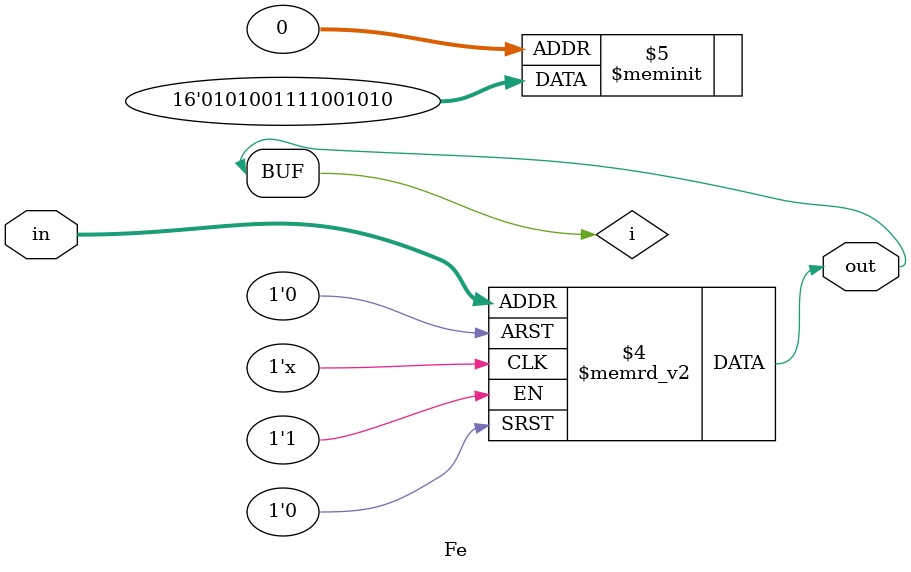
<source format=v>
/******************************************************************************

  Функция Fe для ядра DST40.

  Реализована полностью комбинаторно. Изначально было пять входов, но потом
  сократили до четырёх - выкинули младший вход, так как в исходной таблице
  все биты повторялись по два раза.

******************************************************************************/

module Fe
(
  input   [3:0] in,
  output        out
);

reg     i;
assign  out = i;

always  @( in )
begin
  case( in )
    4'b 0000: i = 0;
    4'b 0001: i = 1;
    4'b 0010: i = 0;
    4'b 0011: i = 1;
    4'b 0100: i = 0;
    4'b 0101: i = 0;
    4'b 0110: i = 1;
    4'b 0111: i = 1;
    4'b 1000: i = 1;
    4'b 1001: i = 1;
    4'b 1010: i = 0;
    4'b 1011: i = 0;
    4'b 1100: i = 1;
    4'b 1101: i = 0;
    4'b 1110: i = 1;
    default : i = 0;
  endcase
end

endmodule

</source>
